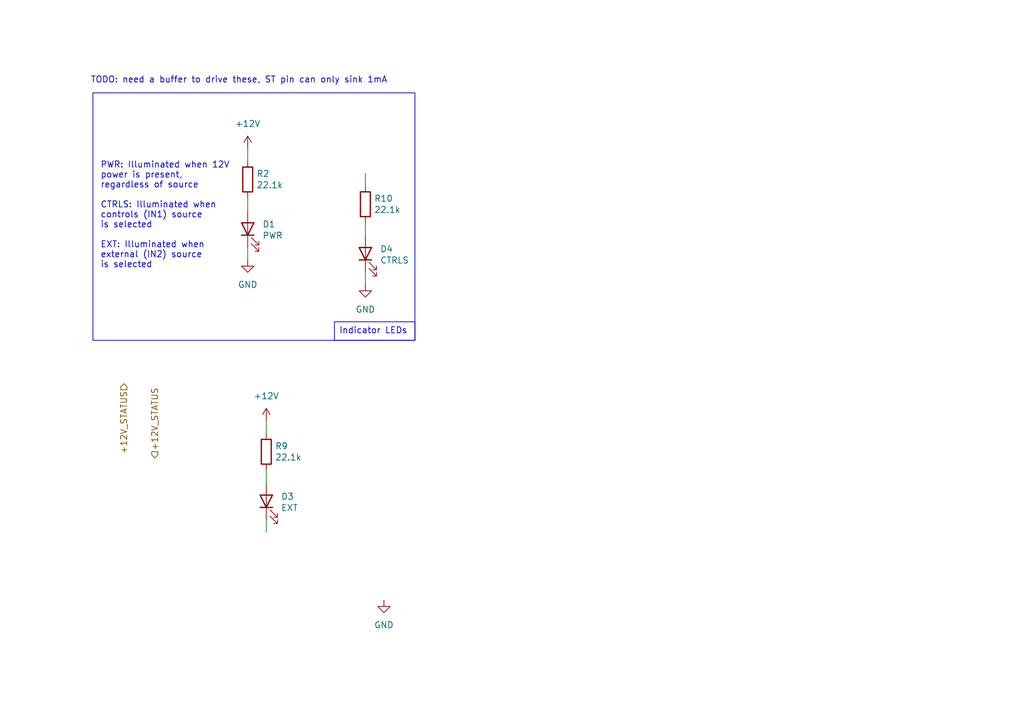
<source format=kicad_sch>
(kicad_sch (version 20231120) (generator "eeschema") (generator_version "8.0")
  (paper "A5")
  (lib_symbols
    (symbol "Device:LED" (pin_numbers hide) (pin_names (offset 1.016) hide)
      (property "Reference" "D" (at 0 2.54 0))
      (property "Value" "LED" (at 0 -2.54 0))
      (symbol "LED_0_1"
        (polyline (pts (xy -1.27 -1.27) (xy -1.27 1.27)) (stroke (width 0.254)))
        (polyline (pts (xy -1.27 0) (xy 1.27 0)))
        (polyline (pts (xy 1.27 -1.27) (xy 1.27 1.27) (xy -1.27 0) (xy 1.27 -1.27)) (stroke (width 0.254)))
        (polyline (pts (xy -3.048 -0.762) (xy -4.572 -2.286) (xy -3.81 -2.286) (xy -4.572 -2.286) (xy -4.572 -1.524)))
        (polyline (pts (xy -1.778 -0.762) (xy -3.302 -2.286) (xy -2.54 -2.286) (xy -3.302 -2.286) (xy -3.302 -1.524)))
      )
      (symbol "LED_1_1"
        (pin passive line (at -3.81 0 0) (length 2.54) (name "K") (number "1"))
        (pin passive line (at 3.81 0 180) (length 2.54) (name "A") (number "2"))
      )
    )
    (symbol "Device:R" (pin_numbers hide) (pin_names (offset 0))
      (property "Reference" "R" (at 2.032 0 90))
      (property "Value" "R" (at 0 0 90))
      (symbol "R_0_1"
        (rectangle (start -1.016 -2.54) (end 1.016 2.54) (stroke (width 0.254)))
      )
      (symbol "R_1_1"
        (pin passive line (at 0 3.81 270) (length 1.27) (name "~") (number "1"))
        (pin passive line (at 0 -3.81 90) (length 1.27) (name "~") (number "2"))
      )
    )
    (symbol "power:+12V" (power) (pin_numbers hide) (pin_names (offset 0) hide)
      (property "Value" "+12V" (at 0 3.556 0))
      (symbol "+12V_0_1"
        (polyline (pts (xy -0.762 1.27) (xy 0 2.54)))
        (polyline (pts (xy 0 0) (xy 0 2.54)))
        (polyline (pts (xy 0 2.54) (xy 0.762 1.27)))
      )
      (symbol "+12V_1_1"
        (pin power_in line (at 0 0 90) (length 0) (name "~") (number "1"))
      )
    )
    (symbol "power:GND" (power) (pin_numbers hide) (pin_names (offset 0) hide)
      (property "Value" "GND" (at 0 -3.81 0))
      (symbol "GND_0_1"
        (polyline (pts (xy 0 0) (xy 0 -1.27) (xy 1.27 -1.27) (xy 0 -2.54) (xy -1.27 -1.27) (xy 0 -1.27)))
      )
      (symbol "GND_1_1"
        (pin power_in line (at 0 0 270) (length 0) (name "~") (number "1"))
      )
    )
  )
  (wire (pts (xy 50.8 40.64) (xy 50.8 43.18)))
  (wire (pts (xy 54.61 86.36) (xy 54.61 88.9)))
  (wire (pts (xy 54.61 106.68) (xy 54.61 109.22)))
  (wire (pts (xy 50.8 30.48) (xy 50.8 33.02)))
  (wire (pts (xy 74.93 35.56) (xy 74.93 38.1)))
  (wire (pts (xy 74.93 45.72) (xy 74.93 48.26)))
  (wire (pts (xy 50.8 50.8) (xy 50.8 53.34)))
  (wire (pts (xy 54.61 96.52) (xy 54.61 99.06)))
  (wire (pts (xy 74.93 55.88) (xy 74.93 58.42)))
  (rectangle (start 19.05 19.05) (end 85.09 69.85))
  (text_box "Indicator LEDs" (at 68.58 66.04 0) (size 16.51 3.81) (effects (font (size 1.27 1.27)) (justify left top)))
  (text "TODO: need a buffer to drive these, ST pin can only sink 1mA" (at 49.022 16.51 0) (effects (font (size 1.27 1.27))))
  (text "PWR: Illuminated when 12V\npower is present,\nregardless of source\n\nCTRLS: Illuminated when\ncontrols (IN1) source\nis selected\n\nEXT: Illuminated when\nexternal (IN2) source\nis selected" (at 20.574 44.196 0) (effects (font (size 1.27 1.27)) (justify left)))
  (hierarchical_label "+12V_STATUS" (shape input) (at 25.4 78.74 270))
  (hierarchical_label "+12V_STATUS" (shape input) (at 31.75 93.98 90))
  (symbol (lib_id "Device:R") (at 54.61 92.71 0) (unit 1)
    (property "Reference" "R9" (at 56.388 91.5416 0) (effects (justify left)))
    (property "Value" "22.1k" (at 56.388 93.853 0) (effects (justify left)))
    (property "Footprint" "Resistor_SMD:R_0805_2012Metric" (effects (hide yes)))
    (property "Datasheet" "https://www.mouser.com/ProductDetail/71-CRCW0805-22.1K-E3" (effects (hide yes)))
    (property "Description" "Resistor" (effects (hide yes)))
    (property "P/N" "CRCW080522K1FKEA" (effects (hide yes)))
    (property "Mouser Part Number" "71-CRCW0805-22.1K-E3" (effects (hide yes)))
    (property "Inventory" "Y" (effects (hide yes)))
    (property "Mouser Price/Stock" "https://www.mouser.com/ProductDetail/Vishay-Dale/CRCW080522K1FKEA?qs=fIsz7OpyEY%2F1GKOToH8JbQ%3D%3D" (effects (hide yes)))
  )
  (symbol (lib_id "power:GND") (at 74.93 58.42 0) (unit 1)
    (property "Reference" "#PWR015" (effects (hide yes)))
    (property "Value" "GND" (at 74.93 63.5 0))
    (property "Description" "Power symbol creates a global label with name \"GND\" , ground" (effects (hide yes)))
  )
  (symbol (lib_id "power:GND") (at 78.74 123.19 0) (unit 1)
    (property "Reference" "#PWR021" (effects (hide yes)))
    (property "Value" "GND" (at 78.74 128.27 0))
    (property "Description" "Power symbol creates a global label with name \"GND\" , ground" (effects (hide yes)))
  )
  (symbol (lib_id "Device:LED") (at 54.61 102.87 90) (unit 1)
    (property "Reference" "D3" (at 57.6072 101.9048 90) (effects (justify right)))
    (property "Value" "EXT" (at 57.6072 104.2162 90) (effects (justify right)))
    (property "Footprint" "LED_SMD:LED_0805_2012Metric" (effects (hide yes)))
    (property "Description" "Light emitting diode" (effects (hide yes)))
    (property "Color" "Green" (effects (hide yes)))
    (property "P/N" "APTD2012LCGCK" (effects (hide yes)))
    (property "Vf" "1.9V" (effects (hide yes)))
    (property "If" "2mA" (effects (hide yes)))
    (property "Mouser Part Number" "604-APTD2012LCGCK" (effects (hide yes)))
    (property "Inventory" "Y" (effects (hide yes)))
    (property "Mouser Price/Stock" "https://www.mouser.com/ProductDetail/Kingbright/APTD2012LCGCK?qs=AQlKX63v8RvNHN%2F9EGvNTg%3D%3D" (effects (hide yes)))
  )
  (symbol (lib_id "power:+12V") (at 50.8 30.48 0) (unit 1)
    (property "Reference" "#PWR02" (effects (hide yes)))
    (property "Value" "+12V" (at 50.8 25.4 0))
    (property "Description" "Power symbol creates a global label with name \"+12V\"" (effects (hide yes)))
  )
  (symbol (lib_id "Device:R") (at 50.8 36.83 0) (unit 1)
    (property "Reference" "R2" (at 52.578 35.6616 0) (effects (justify left)))
    (property "Value" "22.1k" (at 52.578 37.973 0) (effects (justify left)))
    (property "Footprint" "Resistor_SMD:R_0805_2012Metric" (effects (hide yes)))
    (property "Datasheet" "https://www.mouser.com/ProductDetail/71-CRCW0805-22.1K-E3" (effects (hide yes)))
    (property "Description" "Resistor" (effects (hide yes)))
    (property "P/N" "CRCW080522K1FKEA" (effects (hide yes)))
    (property "Mouser Part Number" "71-CRCW0805-22.1K-E3" (effects (hide yes)))
    (property "Inventory" "Y" (effects (hide yes)))
    (property "Mouser Price/Stock" "https://www.mouser.com/ProductDetail/Vishay-Dale/CRCW080522K1FKEA?qs=fIsz7OpyEY%2F1GKOToH8JbQ%3D%3D" (effects (hide yes)))
  )
  (symbol (lib_id "Device:LED") (at 50.8 46.99 90) (unit 1)
    (property "Reference" "D1" (at 53.7972 46.0248 90) (effects (justify right)))
    (property "Value" "PWR" (at 53.7972 48.3362 90) (effects (justify right)))
    (property "Footprint" "LED_SMD:LED_0805_2012Metric" (effects (hide yes)))
    (property "Description" "Light emitting diode" (effects (hide yes)))
    (property "Color" "Green" (effects (hide yes)))
    (property "P/N" "APTD2012LCGCK" (effects (hide yes)))
    (property "Vf" "1.9V" (effects (hide yes)))
    (property "If" "2mA" (effects (hide yes)))
    (property "Mouser Part Number" "604-APTD2012LCGCK" (effects (hide yes)))
    (property "Inventory" "Y" (effects (hide yes)))
    (property "Mouser Price/Stock" "https://www.mouser.com/ProductDetail/Kingbright/APTD2012LCGCK?qs=AQlKX63v8RvNHN%2F9EGvNTg%3D%3D" (effects (hide yes)))
  )
  (symbol (lib_id "power:GND") (at 50.8 53.34 0) (unit 1)
    (property "Reference" "#PWR03" (effects (hide yes)))
    (property "Value" "GND" (at 50.8 58.42 0))
    (property "Description" "Power symbol creates a global label with name \"GND\" , ground" (effects (hide yes)))
  )
  (symbol (lib_id "Device:LED") (at 74.93 52.07 90) (unit 1)
    (property "Reference" "D4" (at 77.9272 51.1048 90) (effects (justify right)))
    (property "Value" "CTRLS" (at 77.9272 53.4162 90) (effects (justify right)))
    (property "Footprint" "LED_SMD:LED_0805_2012Metric" (effects (hide yes)))
    (property "Description" "Light emitting diode" (effects (hide yes)))
    (property "Color" "Green" (effects (hide yes)))
    (property "P/N" "APTD2012LCGCK" (effects (hide yes)))
    (property "Vf" "1.9V" (effects (hide yes)))
    (property "If" "2mA" (effects (hide yes)))
    (property "Mouser Part Number" "604-APTD2012LCGCK" (effects (hide yes)))
    (property "Inventory" "Y" (effects (hide yes)))
    (property "Mouser Price/Stock" "https://www.mouser.com/ProductDetail/Kingbright/APTD2012LCGCK?qs=AQlKX63v8RvNHN%2F9EGvNTg%3D%3D" (effects (hide yes)))
  )
  (symbol (lib_id "Device:R") (at 74.93 41.91 0) (unit 1)
    (property "Reference" "R10" (at 76.708 40.7416 0) (effects (justify left)))
    (property "Value" "22.1k" (at 76.708 43.053 0) (effects (justify left)))
    (property "Footprint" "Resistor_SMD:R_0805_2012Metric" (effects (hide yes)))
    (property "Datasheet" "https://www.mouser.com/ProductDetail/71-CRCW0805-22.1K-E3" (effects (hide yes)))
    (property "Description" "Resistor" (effects (hide yes)))
    (property "P/N" "CRCW080522K1FKEA" (effects (hide yes)))
    (property "Mouser Part Number" "71-CRCW0805-22.1K-E3" (effects (hide yes)))
    (property "Inventory" "Y" (effects (hide yes)))
    (property "Mouser Price/Stock" "https://www.mouser.com/ProductDetail/Vishay-Dale/CRCW080522K1FKEA?qs=fIsz7OpyEY%2F1GKOToH8JbQ%3D%3D" (effects (hide yes)))
  )
  (symbol (lib_id "power:+12V") (at 54.61 86.36 0) (unit 1)
    (property "Reference" "#PWR014" (effects (hide yes)))
    (property "Value" "+12V" (at 54.61 81.28 0))
    (property "Description" "Power symbol creates a global label with name \"+12V\"" (effects (hide yes)))
  )
)
</source>
